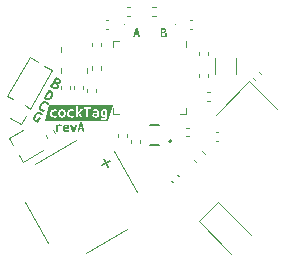
<source format=gbr>
%TF.GenerationSoftware,KiCad,Pcbnew,(6.0.4)*%
%TF.CreationDate,2022-11-09T14:01:57+01:00*%
%TF.ProjectId,cockTag,636f636b-5461-4672-9e6b-696361645f70,rev?*%
%TF.SameCoordinates,Original*%
%TF.FileFunction,Legend,Top*%
%TF.FilePolarity,Positive*%
%FSLAX46Y46*%
G04 Gerber Fmt 4.6, Leading zero omitted, Abs format (unit mm)*
G04 Created by KiCad (PCBNEW (6.0.4)) date 2022-11-09 14:01:57*
%MOMM*%
%LPD*%
G01*
G04 APERTURE LIST*
%ADD10C,0.150000*%
%ADD11C,0.120000*%
%ADD12C,0.127000*%
%ADD13C,0.200000*%
%ADD14C,0.100000*%
G04 APERTURE END LIST*
D10*
%TO.C,BZ1*%
X146870382Y-101428297D02*
X147530211Y-101047344D01*
X147390773Y-101567735D02*
X147009821Y-100907906D01*
D11*
%TO.C,C8*%
X155810000Y-91842164D02*
X155810000Y-92057836D01*
X155090000Y-91842164D02*
X155090000Y-92057836D01*
%TO.C,BZ1*%
X149867211Y-103657051D02*
X147867211Y-100192949D01*
X140332789Y-104542949D02*
X142332789Y-108007051D01*
X145542949Y-108867211D02*
X149007051Y-106867211D01*
X144657051Y-99332789D02*
X141192949Y-101332789D01*
D12*
%TO.C,B1*%
X151700000Y-99740000D02*
X150900000Y-99740000D01*
X150900000Y-98060000D02*
X151700000Y-98060000D01*
D13*
X152750000Y-99400000D02*
G75*
G03*
X152750000Y-99400000I-100000J0D01*
G01*
D11*
%TO.C,C4*%
X148240000Y-99007836D02*
X148240000Y-98792164D01*
X148960000Y-99007836D02*
X148960000Y-98792164D01*
%TO.C,C1*%
X144540000Y-94742164D02*
X144540000Y-94957836D01*
X145260000Y-94742164D02*
X145260000Y-94957836D01*
%TO.C,R5*%
X149253641Y-88780000D02*
X148946359Y-88780000D01*
X149253641Y-88020000D02*
X148946359Y-88020000D01*
D14*
%TO.C,D2*%
X148760000Y-89500000D02*
G75*
G03*
X148760000Y-89500000I-50000J0D01*
G01*
D11*
%TO.C,Q1*%
X140208897Y-98455411D02*
X138987801Y-99160411D01*
X139317801Y-99731987D02*
X138987801Y-99160411D01*
X140147801Y-101169589D02*
X141905833Y-100154589D01*
X140147801Y-101169589D02*
X139817801Y-100598013D01*
%TO.C,C6*%
X152871693Y-102880810D02*
X152719190Y-102728307D01*
X153380810Y-102371693D02*
X153228307Y-102219190D01*
%TO.C,U2*%
X147790000Y-90890000D02*
X148340000Y-90890000D01*
X147790000Y-96560000D02*
X147790000Y-97110000D01*
X147790000Y-91440000D02*
X147790000Y-90890000D01*
X154010000Y-96560000D02*
X154010000Y-97110000D01*
X154010000Y-97110000D02*
X153460000Y-97110000D01*
X154010000Y-91440000D02*
X154010000Y-90890000D01*
X147790000Y-97110000D02*
X148340000Y-97110000D01*
%TO.C,kibuzzard-6367CDC3*%
G36*
X143547152Y-96853732D02*
G01*
X143589122Y-96894987D01*
X143613232Y-96958745D01*
X143621269Y-97040005D01*
X143612518Y-97121444D01*
X143586264Y-97185738D01*
X143542866Y-97227528D01*
X143482680Y-97241459D01*
X143421065Y-97227528D01*
X143379096Y-97185738D01*
X143354985Y-97121444D01*
X143346949Y-97040005D01*
X143355700Y-96958745D01*
X143381953Y-96894987D01*
X143425351Y-96853732D01*
X143485537Y-96839980D01*
X143547152Y-96853732D01*
G37*
G36*
X147384120Y-97675323D02*
G01*
X142010686Y-97675323D01*
X142201281Y-97040005D01*
X142475411Y-97040005D01*
X142480948Y-97111800D01*
X142497557Y-97178594D01*
X142525953Y-97238601D01*
X142566851Y-97290036D01*
X142620608Y-97332184D01*
X142687581Y-97364331D01*
X142768484Y-97384691D01*
X142864031Y-97391478D01*
X142930825Y-97389156D01*
X142988332Y-97382191D01*
X143078344Y-97358616D01*
X143052626Y-97214313D01*
X142970473Y-97232886D01*
X142884034Y-97238601D01*
X142776699Y-97225385D01*
X142706154Y-97185738D01*
X142667042Y-97122873D01*
X142654005Y-97040005D01*
X142654209Y-97038576D01*
X143168355Y-97038576D01*
X143174070Y-97114836D01*
X143191215Y-97183594D01*
X143218897Y-97244138D01*
X143256223Y-97295751D01*
X143302300Y-97337542D01*
X143356236Y-97368618D01*
X143417493Y-97387906D01*
X143485537Y-97394335D01*
X143553582Y-97387906D01*
X143614839Y-97368618D01*
X143668596Y-97337542D01*
X143714137Y-97295751D01*
X143750928Y-97244138D01*
X143778431Y-97183594D01*
X143795576Y-97114836D01*
X143801184Y-97040005D01*
X143904161Y-97040005D01*
X143909698Y-97111800D01*
X143926307Y-97178594D01*
X143954703Y-97238601D01*
X143995601Y-97290036D01*
X144049358Y-97332184D01*
X144116331Y-97364331D01*
X144197234Y-97384691D01*
X144292781Y-97391478D01*
X144359575Y-97389156D01*
X144417082Y-97382191D01*
X144441632Y-97375761D01*
X144645683Y-97375761D01*
X144822847Y-97375761D01*
X144822847Y-97058579D01*
X144882141Y-97123587D01*
X144945720Y-97206454D01*
X145005013Y-97295037D01*
X145050019Y-97375761D01*
X145251473Y-97375761D01*
X145197894Y-97284321D01*
X145162711Y-97232886D01*
X145124314Y-97181451D01*
X145083952Y-97130909D01*
X145042875Y-97082153D01*
X144965723Y-97000000D01*
X145029302Y-96931420D01*
X145099311Y-96854267D01*
X145167176Y-96775686D01*
X145225755Y-96704249D01*
X145014300Y-96704249D01*
X144974295Y-96767828D01*
X144926432Y-96837122D01*
X144874997Y-96906417D01*
X144822847Y-96969996D01*
X144822847Y-96637097D01*
X145305765Y-96637097D01*
X145538651Y-96637097D01*
X145538651Y-97375761D01*
X145715816Y-97375761D01*
X145715816Y-97170021D01*
X146047286Y-97170021D01*
X146067289Y-97273606D01*
X146124439Y-97342186D01*
X146213736Y-97380048D01*
X146330179Y-97391478D01*
X146419833Y-97388620D01*
X146500200Y-97380048D01*
X146614500Y-97360045D01*
X146614500Y-97018574D01*
X146745945Y-97018574D01*
X146753486Y-97109538D01*
X146776107Y-97186214D01*
X146813811Y-97248603D01*
X146866119Y-97294640D01*
X146932556Y-97322263D01*
X147013121Y-97331470D01*
X147079558Y-97324326D01*
X147147424Y-97302895D01*
X147147424Y-97330041D01*
X147140280Y-97383619D01*
X147115991Y-97427196D01*
X147068843Y-97456486D01*
X146993119Y-97467201D01*
X146878819Y-97453628D01*
X146791665Y-97424339D01*
X146758804Y-97572929D01*
X146869532Y-97602933D01*
X146928646Y-97612577D01*
X146990261Y-97615791D01*
X147096703Y-97607060D01*
X147181714Y-97580866D01*
X147245293Y-97537210D01*
X147289346Y-97475298D01*
X147315778Y-97394335D01*
X147324589Y-97294323D01*
X147324589Y-96725680D01*
X147240927Y-96705836D01*
X147161394Y-96693930D01*
X147085988Y-96689961D01*
X146988515Y-96699010D01*
X146905647Y-96726156D01*
X146837385Y-96771400D01*
X146786585Y-96835059D01*
X146756105Y-96917450D01*
X146745945Y-97018574D01*
X146614500Y-97018574D01*
X146614500Y-96959995D01*
X146600213Y-96846409D01*
X146553064Y-96760684D01*
X146465196Y-96706392D01*
X146403224Y-96691926D01*
X146327321Y-96687104D01*
X146264099Y-96689425D01*
X146203020Y-96696391D01*
X146110151Y-96717107D01*
X146134440Y-96858554D01*
X146209449Y-96841409D01*
X146305890Y-96834265D01*
X146371613Y-96842659D01*
X146414475Y-96867841D01*
X146445908Y-96951422D01*
X146445908Y-96972854D01*
X146389115Y-96964281D01*
X146324464Y-96961424D01*
X146220165Y-96972139D01*
X146131583Y-97007144D01*
X146070146Y-97071438D01*
X146047286Y-97170021D01*
X145715816Y-97170021D01*
X145715816Y-96637097D01*
X145948703Y-96637097D01*
X145948703Y-96491365D01*
X145305765Y-96491365D01*
X145305765Y-96637097D01*
X144822847Y-96637097D01*
X144822847Y-96384209D01*
X144645683Y-96414212D01*
X144645683Y-97375761D01*
X144441632Y-97375761D01*
X144507094Y-97358616D01*
X144481376Y-97214313D01*
X144399223Y-97232886D01*
X144312784Y-97238601D01*
X144205449Y-97225385D01*
X144134904Y-97185738D01*
X144095792Y-97122873D01*
X144082755Y-97040005D01*
X144094185Y-96959995D01*
X144131332Y-96896416D01*
X144199198Y-96854982D01*
X144304211Y-96839980D01*
X144393508Y-96847838D01*
X144457087Y-96865697D01*
X144495664Y-96724251D01*
X144397080Y-96695676D01*
X144288495Y-96687104D01*
X144195448Y-96694069D01*
X144116331Y-96714964D01*
X144050430Y-96747826D01*
X143997030Y-96790688D01*
X143955953Y-96842659D01*
X143927021Y-96902845D01*
X143909876Y-96969282D01*
X143904161Y-97040005D01*
X143801184Y-97040005D01*
X143801291Y-97038576D01*
X143795576Y-96963388D01*
X143778431Y-96894987D01*
X143750749Y-96834622D01*
X143713423Y-96783544D01*
X143667346Y-96742468D01*
X143613411Y-96712107D01*
X143552510Y-96693355D01*
X143485537Y-96687104D01*
X143419458Y-96693355D01*
X143358379Y-96712107D01*
X143303908Y-96742468D01*
X143257652Y-96783544D01*
X143220147Y-96834622D01*
X143191929Y-96894987D01*
X143174249Y-96963388D01*
X143168355Y-97038576D01*
X142654209Y-97038576D01*
X142665435Y-96959995D01*
X142702582Y-96896416D01*
X142770448Y-96854982D01*
X142875461Y-96839980D01*
X142964758Y-96847838D01*
X143028337Y-96865697D01*
X143066914Y-96724251D01*
X142968330Y-96695676D01*
X142859745Y-96687104D01*
X142766698Y-96694069D01*
X142687581Y-96714964D01*
X142621680Y-96747826D01*
X142568280Y-96790688D01*
X142527203Y-96842659D01*
X142498271Y-96902845D01*
X142481126Y-96969282D01*
X142475411Y-97040005D01*
X142201281Y-97040005D01*
X142415880Y-96324677D01*
X147789314Y-96324677D01*
X147384120Y-97675323D01*
G37*
G36*
X146404474Y-97086439D02*
G01*
X146445908Y-97091440D01*
X146445908Y-97245745D01*
X146398759Y-97249317D01*
X146343038Y-97250031D01*
X146254455Y-97230743D01*
X146220165Y-97165735D01*
X146231595Y-97124301D01*
X146262313Y-97100013D01*
X146307319Y-97087868D01*
X146360183Y-97084296D01*
X146404474Y-97086439D01*
G37*
G36*
X147111705Y-96834265D02*
G01*
X147147424Y-96839980D01*
X147147424Y-97162878D01*
X147102418Y-97181451D01*
X147048840Y-97188595D01*
X146954543Y-97145018D01*
X146932040Y-97091619D01*
X146924539Y-97018574D01*
X146941684Y-96915386D01*
X146993119Y-96853474D01*
X147078844Y-96832836D01*
X147111705Y-96834265D01*
G37*
%TO.C,Y1*%
X158225000Y-92325000D02*
X158225000Y-93675000D01*
X156475000Y-92325000D02*
X156475000Y-93675000D01*
%TO.C,R4*%
X151146359Y-88780000D02*
X151453641Y-88780000D01*
X151146359Y-88020000D02*
X151453641Y-88020000D01*
%TO.C,C13*%
X154292164Y-89860000D02*
X154507836Y-89860000D01*
X154292164Y-89140000D02*
X154507836Y-89140000D01*
%TO.C,C10*%
X155810000Y-93957836D02*
X155810000Y-93742164D01*
X155090000Y-93957836D02*
X155090000Y-93742164D01*
%TO.C,kibuzzard-6367D1D3*%
G36*
X149692050Y-90411455D02*
G01*
X149656490Y-90593065D01*
X149493930Y-90593065D01*
X149516333Y-90501752D01*
X149538837Y-90413741D01*
X149561443Y-90329032D01*
X149574586Y-90281915D01*
X149721260Y-90281915D01*
X149874930Y-90281915D01*
X149859690Y-90200635D01*
X149842545Y-90122530D01*
X149822225Y-90043790D01*
X149798730Y-89959335D01*
X149775235Y-90043790D01*
X149754915Y-90122530D01*
X149737135Y-90200635D01*
X149721260Y-90281915D01*
X149574586Y-90281915D01*
X149584151Y-90247625D01*
X149606960Y-90169520D01*
X149635297Y-90075183D01*
X149663157Y-89983306D01*
X149690542Y-89893890D01*
X149717450Y-89806935D01*
X149887630Y-89806935D01*
X149915530Y-89894605D01*
X149943351Y-89984894D01*
X149971093Y-90077802D01*
X149998755Y-90173330D01*
X150020726Y-90252095D01*
X150042443Y-90333452D01*
X150063906Y-90417399D01*
X150085115Y-90503936D01*
X150106070Y-90593065D01*
X149938430Y-90593065D01*
X149901600Y-90411455D01*
X149692050Y-90411455D01*
G37*
%TO.C,C3*%
X155361219Y-100239970D02*
X155560030Y-100438781D01*
X154639970Y-100961219D02*
X154838781Y-101160030D01*
%TO.C,R6*%
X145620000Y-94946359D02*
X145620000Y-95253641D01*
X146380000Y-94946359D02*
X146380000Y-95253641D01*
%TO.C,C11*%
X160330810Y-93721693D02*
X160178307Y-93569190D01*
X159821693Y-94230810D02*
X159669190Y-94078307D01*
%TO.C,C14*%
X153992164Y-98960000D02*
X154207836Y-98960000D01*
X153992164Y-98240000D02*
X154207836Y-98240000D01*
%TO.C,J1*%
X140411288Y-97300449D02*
X140031288Y-97958628D01*
X142663788Y-93399005D02*
X141968829Y-92997770D01*
X140031288Y-97958628D02*
X139070000Y-97403628D01*
X140791288Y-96642270D02*
X142663788Y-93399005D01*
X139342020Y-95805534D02*
X138868712Y-95532270D01*
X141436171Y-92690240D02*
X140741212Y-92289005D01*
X140791288Y-96642270D02*
X140317980Y-96369005D01*
X138868712Y-95532270D02*
X140741212Y-92289005D01*
%TO.C,R3*%
X142094090Y-98856943D02*
X142247731Y-99123057D01*
X142752269Y-98476943D02*
X142905910Y-98743057D01*
%TO.C,kibuzzard-6367CCB8*%
G36*
X142462842Y-95018251D02*
G01*
X142550361Y-95063831D01*
X142619375Y-95111101D01*
X142675465Y-95165756D01*
X142716635Y-95227677D01*
X142740895Y-95296744D01*
X142748152Y-95373112D01*
X142738321Y-95456937D01*
X142709536Y-95548584D01*
X142659936Y-95648424D01*
X142596404Y-95743107D01*
X142528677Y-95814334D01*
X142457769Y-95863927D01*
X142384690Y-95893706D01*
X142309701Y-95904648D01*
X142233064Y-95897728D01*
X142155479Y-95874588D01*
X142077650Y-95836871D01*
X142000342Y-95786463D01*
X141925037Y-95724014D01*
X141940744Y-95696809D01*
X142143666Y-95696809D01*
X142156562Y-95705905D01*
X142170173Y-95713764D01*
X142268835Y-95744330D01*
X142357185Y-95722748D01*
X142435624Y-95658325D01*
X142471427Y-95612385D01*
X142505269Y-95559127D01*
X142553566Y-95458329D01*
X142575446Y-95360425D01*
X142557933Y-95273601D01*
X142487534Y-95204083D01*
X142464904Y-95191844D01*
X142440846Y-95182079D01*
X142143666Y-95696809D01*
X141940744Y-95696809D01*
X142356520Y-94976663D01*
X142462842Y-95018251D01*
G37*
%TO.C,C5*%
X155792164Y-95960000D02*
X156007836Y-95960000D01*
X155792164Y-95240000D02*
X156007836Y-95240000D01*
%TO.C,Y2*%
X159347487Y-94319060D02*
X156519060Y-97147487D01*
X161680940Y-96652513D02*
X159347487Y-94319060D01*
%TO.C,R1*%
X146020000Y-93353641D02*
X146020000Y-93046359D01*
X146780000Y-93353641D02*
X146780000Y-93046359D01*
%TO.C,R2*%
X146020000Y-91046359D02*
X146020000Y-91353641D01*
X146780000Y-91046359D02*
X146780000Y-91353641D01*
%TO.C,C12*%
X147407836Y-89860000D02*
X147192164Y-89860000D01*
X147407836Y-89140000D02*
X147192164Y-89140000D01*
%TO.C,kibuzzard-6367CCBF*%
G36*
X142050424Y-95989439D02*
G01*
X142128605Y-96007974D01*
X142204983Y-96043204D01*
X142274676Y-96092515D01*
X142323282Y-96141199D01*
X142354017Y-96183691D01*
X142370810Y-96213183D01*
X142261206Y-96311582D01*
X142210750Y-96240383D01*
X142126071Y-96174170D01*
X142048660Y-96146800D01*
X141963027Y-96155101D01*
X141872929Y-96211144D01*
X141827540Y-96260829D01*
X141783359Y-96327708D01*
X141741823Y-96411238D01*
X141718183Y-96486952D01*
X141712435Y-96554850D01*
X141741711Y-96641661D01*
X141819935Y-96710127D01*
X141926161Y-96753309D01*
X142004363Y-96762163D01*
X141973426Y-96904330D01*
X141865120Y-96890468D01*
X141798649Y-96868795D01*
X141728649Y-96833949D01*
X141635780Y-96764933D01*
X141573293Y-96682662D01*
X141541190Y-96587138D01*
X141537012Y-96508114D01*
X141549845Y-96424270D01*
X141579691Y-96335607D01*
X141626549Y-96242123D01*
X141685016Y-96155857D01*
X141750403Y-96087610D01*
X141821049Y-96037041D01*
X141895296Y-96003812D01*
X141972101Y-95987939D01*
X142050424Y-95989439D01*
G37*
%TO.C,C7*%
X149340000Y-99292164D02*
X149340000Y-99507836D01*
X150060000Y-99292164D02*
X150060000Y-99507836D01*
%TO.C,kibuzzard-6367D1E2*%
G36*
X152339395Y-90473685D02*
G01*
X152273990Y-90549885D01*
X152228905Y-90574333D01*
X152176200Y-90590525D01*
X152117621Y-90599574D01*
X152054915Y-90602590D01*
X152001892Y-90601161D01*
X151946965Y-90596875D01*
X151891402Y-90589731D01*
X151836475Y-90579730D01*
X151836475Y-90461620D01*
X151992685Y-90461620D01*
X152028880Y-90465430D01*
X152067615Y-90466700D01*
X152119685Y-90462255D01*
X152164770Y-90445745D01*
X152197155Y-90411455D01*
X152209855Y-90354940D01*
X152173660Y-90273025D01*
X152076505Y-90248260D01*
X151992685Y-90248260D01*
X151992685Y-90461620D01*
X151836475Y-90461620D01*
X151836475Y-90118720D01*
X151992685Y-90118720D01*
X152053645Y-90118720D01*
X152143815Y-90092685D01*
X152174295Y-90020930D01*
X152165405Y-89975845D01*
X152141275Y-89949175D01*
X152105715Y-89936475D01*
X152063805Y-89933300D01*
X152026975Y-89934570D01*
X151992685Y-89938380D01*
X151992685Y-90118720D01*
X151836475Y-90118720D01*
X151836475Y-89816460D01*
X151934265Y-89803125D01*
X152039675Y-89797410D01*
X152120320Y-89802014D01*
X152184455Y-89815825D01*
X152272085Y-89864085D01*
X152315265Y-89930760D01*
X152326695Y-90004420D01*
X152319869Y-90057125D01*
X152299390Y-90103480D01*
X152226365Y-90172060D01*
X152293516Y-90206350D01*
X152334950Y-90250800D01*
X152356381Y-90301600D01*
X152363525Y-90354940D01*
X152357493Y-90420186D01*
X152339395Y-90473685D01*
G37*
D14*
%TO.C,D1*%
X153140000Y-89500000D02*
G75*
G03*
X153140000Y-89500000I-50000J0D01*
G01*
D11*
%TO.C,C9*%
X156492164Y-98640000D02*
X156707836Y-98640000D01*
X156492164Y-99360000D02*
X156707836Y-99360000D01*
%TO.C,C2*%
X143440000Y-94742164D02*
X143440000Y-94957836D01*
X144160000Y-94742164D02*
X144160000Y-94957836D01*
%TO.C,kibuzzard-6367CE4A*%
G36*
X143577700Y-98154280D02*
G01*
X143605640Y-98099511D01*
X143641200Y-98054585D01*
X143683427Y-98019501D01*
X143731370Y-97994260D01*
X143782805Y-97979020D01*
X143835510Y-97973940D01*
X143916508Y-97982618D01*
X143983394Y-98008653D01*
X144036170Y-98052045D01*
X144074270Y-98112088D01*
X144097130Y-98188076D01*
X144104750Y-98280010D01*
X144104115Y-98311760D01*
X144102210Y-98338430D01*
X143714860Y-98338430D01*
X143726925Y-98390659D01*
X143763120Y-98430505D01*
X143818365Y-98455746D01*
X143887580Y-98464160D01*
X143977115Y-98454000D01*
X144048870Y-98433680D01*
X144070460Y-98567030D01*
X143984100Y-98590525D01*
X143881230Y-98600050D01*
X143808999Y-98595129D01*
X143744705Y-98580365D01*
X143688825Y-98555918D01*
X143641835Y-98521945D01*
X143604211Y-98478606D01*
X143576430Y-98426060D01*
X143559285Y-98364148D01*
X143553570Y-98292710D01*
X143558644Y-98230480D01*
X143714860Y-98230480D01*
X143953620Y-98230480D01*
X143947270Y-98184125D01*
X143926950Y-98144120D01*
X143891390Y-98115545D01*
X143838050Y-98104750D01*
X143785345Y-98114910D01*
X143748515Y-98142850D01*
X143725655Y-98183490D01*
X143714860Y-98230480D01*
X143558644Y-98230480D01*
X143559602Y-98218733D01*
X143577700Y-98154280D01*
G37*
G36*
X144993750Y-98404470D02*
G01*
X144958190Y-98586080D01*
X144795630Y-98586080D01*
X144818033Y-98494767D01*
X144840537Y-98406756D01*
X144863143Y-98322047D01*
X144876286Y-98274930D01*
X145022960Y-98274930D01*
X145176630Y-98274930D01*
X145161390Y-98193650D01*
X145144245Y-98115545D01*
X145123925Y-98036805D01*
X145100430Y-97952350D01*
X145076935Y-98036805D01*
X145056615Y-98115545D01*
X145038835Y-98193650D01*
X145022960Y-98274930D01*
X144876286Y-98274930D01*
X144885851Y-98240640D01*
X144908660Y-98162535D01*
X144936997Y-98068198D01*
X144964858Y-97976321D01*
X144992242Y-97886905D01*
X145019150Y-97799950D01*
X145189330Y-97799950D01*
X145217230Y-97887620D01*
X145245051Y-97977909D01*
X145272793Y-98070817D01*
X145300455Y-98166345D01*
X145322426Y-98245110D01*
X145344143Y-98326467D01*
X145365606Y-98410414D01*
X145386815Y-98496951D01*
X145407770Y-98586080D01*
X145240130Y-98586080D01*
X145203300Y-98404470D01*
X144993750Y-98404470D01*
G37*
G36*
X143309095Y-97979020D02*
G01*
X143359260Y-97983465D01*
X143413235Y-97991085D01*
X143462130Y-98003150D01*
X143434190Y-98147930D01*
X143397995Y-98140310D01*
X143355450Y-98133325D01*
X143313540Y-98128880D01*
X143279250Y-98127610D01*
X143214480Y-98130785D01*
X143149710Y-98142850D01*
X143149710Y-98586080D01*
X142992230Y-98586080D01*
X142992230Y-98028550D01*
X143055254Y-98007912D01*
X143119865Y-97991720D01*
X143190826Y-97981242D01*
X143272900Y-97977750D01*
X143309095Y-97979020D01*
G37*
G36*
X144343351Y-98039027D02*
G01*
X144358115Y-98092050D01*
X144374466Y-98146819D01*
X144391770Y-98201905D01*
X144409709Y-98256356D01*
X144427965Y-98309220D01*
X144462890Y-98404470D01*
X144499720Y-98309220D01*
X144519881Y-98256356D01*
X144539725Y-98201905D01*
X144559093Y-98146819D01*
X144577825Y-98092050D01*
X144594494Y-98039027D01*
X144607670Y-97989180D01*
X144766420Y-97989180D01*
X144739036Y-98077564D01*
X144710223Y-98162376D01*
X144679981Y-98243617D01*
X144648310Y-98321285D01*
X144605977Y-98418158D01*
X144565337Y-98506423D01*
X144526390Y-98586080D01*
X144395580Y-98586080D01*
X144357268Y-98506423D01*
X144318533Y-98418158D01*
X144279375Y-98321285D01*
X144250205Y-98243617D01*
X144221749Y-98162376D01*
X144194007Y-98077564D01*
X144166980Y-97989180D01*
X144330810Y-97989180D01*
X144343351Y-98039027D01*
G37*
%TO.C,AE1*%
X159451615Y-107311127D02*
X156686827Y-104546339D01*
X156686827Y-104546339D02*
X155046339Y-106186827D01*
X155046339Y-106186827D02*
X157811127Y-108951615D01*
%TO.C,kibuzzard-6367CCAB*%
G36*
X143141128Y-94899292D02*
G01*
X143088100Y-94945894D01*
X142969672Y-94987505D01*
X142905586Y-94985793D01*
X142838411Y-94970380D01*
X142769342Y-94943565D01*
X142699575Y-94907639D01*
X142643070Y-94872953D01*
X142586288Y-94833983D01*
X142530604Y-94791523D01*
X142477395Y-94746367D01*
X142494847Y-94716140D01*
X142720315Y-94716140D01*
X142757116Y-94742887D01*
X142798255Y-94768471D01*
X142857400Y-94796203D01*
X142916526Y-94806508D01*
X142973014Y-94789629D01*
X143022084Y-94736387D01*
X143034099Y-94625089D01*
X142944403Y-94537558D01*
X142853665Y-94485171D01*
X142720315Y-94716140D01*
X142494847Y-94716140D01*
X142709159Y-94344940D01*
X142934628Y-94344940D01*
X143000619Y-94383040D01*
X143114503Y-94411212D01*
X143192346Y-94352585D01*
X143210900Y-94298223D01*
X143201447Y-94254271D01*
X143170890Y-94218298D01*
X143127505Y-94188667D01*
X143086842Y-94167023D01*
X143047340Y-94149716D01*
X142934628Y-94344940D01*
X142709159Y-94344940D01*
X142954439Y-93920103D01*
X143068633Y-93966785D01*
X143186315Y-94026480D01*
X143270739Y-94081867D01*
X143331535Y-94136903D01*
X143396234Y-94243914D01*
X143401306Y-94343080D01*
X143367642Y-94429963D01*
X143327312Y-94482751D01*
X143276171Y-94520133D01*
X143154256Y-94548732D01*
X143205518Y-94627822D01*
X143222591Y-94701837D01*
X143214041Y-94770224D01*
X143188436Y-94832430D01*
X143141128Y-94899292D01*
G37*
%TO.C,kibuzzard-6367CCCA*%
G36*
X141547426Y-96886058D02*
G01*
X141621204Y-96903289D01*
X141691991Y-96935703D01*
X141767870Y-96988586D01*
X141820189Y-97039413D01*
X141852162Y-97082619D01*
X141868954Y-97112112D01*
X141759350Y-97210511D01*
X141710393Y-97141001D01*
X141636588Y-97080242D01*
X141533595Y-97047175D01*
X141440557Y-97066875D01*
X141357334Y-97131011D01*
X141319711Y-97177961D01*
X141284309Y-97233206D01*
X141240901Y-97319504D01*
X141216403Y-97395274D01*
X141210815Y-97460513D01*
X141236202Y-97540130D01*
X141300756Y-97599054D01*
X141331167Y-97614961D01*
X141363006Y-97628394D01*
X141524455Y-97348756D01*
X141676647Y-97436625D01*
X141455905Y-97818961D01*
X141358288Y-97792299D01*
X141289363Y-97764877D01*
X141211945Y-97724305D01*
X141147398Y-97678584D01*
X141097288Y-97624287D01*
X141062145Y-97561928D01*
X141042497Y-97492017D01*
X141038809Y-97414823D01*
X141051545Y-97330613D01*
X141081543Y-97240078D01*
X141129642Y-97143909D01*
X141189270Y-97055633D01*
X141255282Y-96986303D01*
X141325643Y-96935157D01*
X141398319Y-96901433D01*
X141472512Y-96885083D01*
X141547426Y-96886058D01*
G37*
%TO.C,U1*%
X143390000Y-91815000D02*
X143390000Y-91390000D01*
X143390000Y-93185000D02*
X143390000Y-93610000D01*
X145610000Y-93185000D02*
X145610000Y-93610000D01*
%TD*%
M02*

</source>
